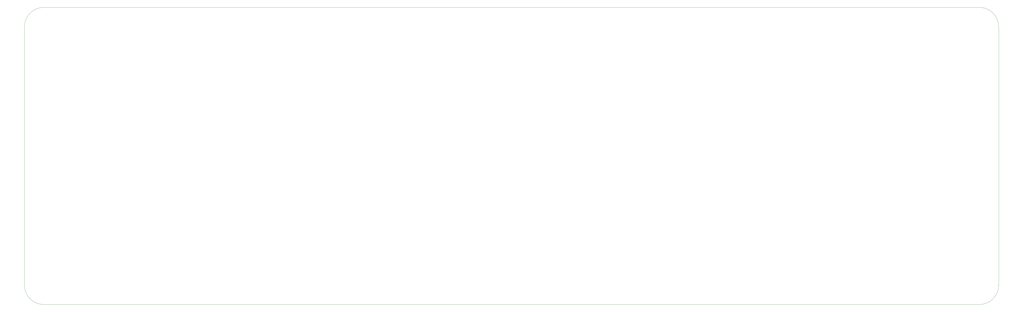
<source format=gbr>
%TF.GenerationSoftware,KiCad,Pcbnew,8.0.5*%
%TF.CreationDate,2025-06-15T08:43:14-07:00*%
%TF.ProjectId,Full Keyboard,46756c6c-204b-4657-9962-6f6172642e6b,2.0.0*%
%TF.SameCoordinates,Original*%
%TF.FileFunction,Profile,NP*%
%FSLAX46Y46*%
G04 Gerber Fmt 4.6, Leading zero omitted, Abs format (unit mm)*
G04 Created by KiCad (PCBNEW 8.0.5) date 2025-06-15 08:43:14*
%MOMM*%
%LPD*%
G01*
G04 APERTURE LIST*
%TA.AperFunction,Profile*%
%ADD10C,0.050000*%
%TD*%
G04 APERTURE END LIST*
D10*
X527371339Y-216073256D02*
G75*
G02*
X536120574Y-224822583I-56J-8749291D01*
G01*
X105890084Y-350253155D02*
G75*
G02*
X97140827Y-341503867I5J8749262D01*
G01*
X105890084Y-350253155D02*
X527371334Y-350253155D01*
X97140827Y-224822617D02*
X97140827Y-341503867D01*
X97140820Y-224822529D02*
G75*
G02*
X105890089Y-216073256I8749274J-1D01*
G01*
X536120574Y-224822583D02*
X536120574Y-341503833D01*
X527371339Y-216073256D02*
X105890089Y-216073256D01*
X536120574Y-341503833D02*
G75*
G02*
X527371334Y-350253155I-8749296J-26D01*
G01*
M02*

</source>
